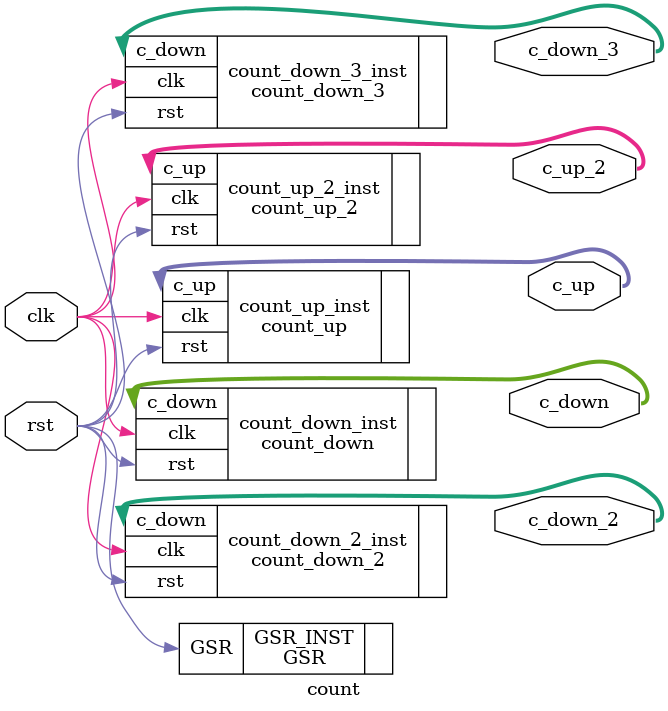
<source format=v>
module count(c_up,c_down,clk,rst,c_up_2,c_down_2,c_down_3);

input clk,rst;
output [2:0]c_up;
output [2:0]c_down;
output [2:0]c_up_2;
output [2:0]c_down_2;
output [2:0]c_down_3;

count_up count_up_inst (.clk(clk), .rst(rst), .c_up(c_up));
count_down count_down_inst (.clk(clk), .rst(rst), .c_down(c_down));
count_up_2 count_up_2_inst (.clk(clk), .rst(rst), .c_up(c_up_2));
count_down_2 count_down_2_inst (.clk(clk), .rst(rst), .c_down(c_down_2));
count_down_3 count_down_3_inst (.clk(clk), .rst(rst), .c_down(c_down_3));

GSR GSR_INST( .GSR(rst));

endmodule



</source>
